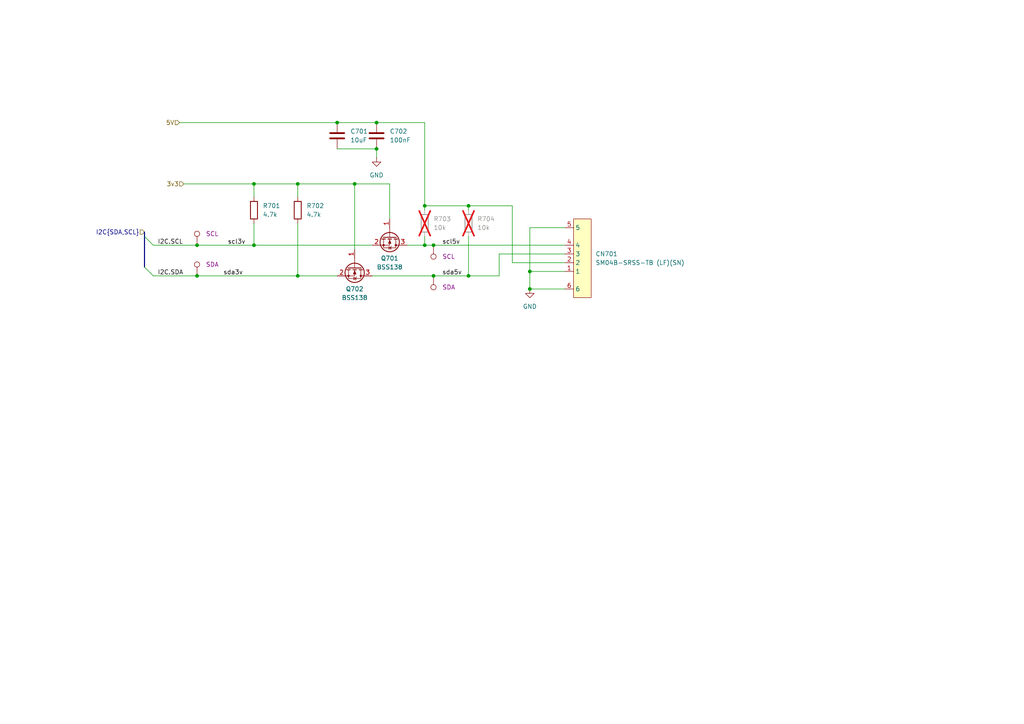
<source format=kicad_sch>
(kicad_sch (version 20250114) (generator "eeschema") (generator_version "9.0")
  (paper "A4")
  (lib_symbols
    (symbol "Device:C" (pin_numbers (hide yes)) (pin_names (offset 0.254))
      (property "Reference" "C" (at 0.635 2.54 0))
      (property "Value" "C" (at 0.635 -2.54 0))
      (symbol "C_0_1"
        (polyline (pts (xy -2.032 0.762) (xy 2.032 0.762)) (stroke (width 0.508)))
        (polyline (pts (xy -2.032 -0.762) (xy 2.032 -0.762)) (stroke (width 0.508)))
      )
      (symbol "C_1_1"
        (pin passive line (at 0 3.81 270) (length 2.794) (name "~") (number "1"))
        (pin passive line (at 0 -3.81 90) (length 2.794) (name "~") (number "2"))
      )
    )
    (symbol "Device:R" (pin_numbers (hide yes)) (pin_names (offset 0))
      (property "Reference" "R" (at 2.032 0 90))
      (property "Value" "R" (at 0 0 90))
      (symbol "R_0_1"
        (rectangle (start -1.016 -2.54) (end 1.016 2.54) (stroke (width 0.254)))
      )
      (symbol "R_1_1"
        (pin passive line (at 0 3.81 270) (length 1.27) (name "~") (number "1"))
        (pin passive line (at 0 -3.81 90) (length 1.27) (name "~") (number "2"))
      )
    )
    (symbol "Transistor_FET:BSS138" (pin_names (hide yes))
      (property "Reference" "Q" (at 5.08 1.905 0))
      (property "Value" "BSS138" (at 5.08 0 0))
      (symbol "BSS138_0_1"
        (polyline (pts (xy 0.254 1.905) (xy 0.254 -1.905)) (stroke (width 0.254)))
        (polyline (pts (xy 0.254 0) (xy -2.54 0)))
        (polyline (pts (xy 0.762 2.286) (xy 0.762 1.27)) (stroke (width 0.254)))
        (polyline (pts (xy 0.762 0.508) (xy 0.762 -0.508)) (stroke (width 0.254)))
        (polyline (pts (xy 0.762 -1.27) (xy 0.762 -2.286)) (stroke (width 0.254)))
        (polyline (pts (xy 0.762 -1.778) (xy 3.302 -1.778) (xy 3.302 1.778) (xy 0.762 1.778)))
        (polyline (pts (xy 1.016 0) (xy 2.032 0.381) (xy 2.032 -0.381) (xy 1.016 0)) (fill (type outline)))
        (circle (center 1.651 0) (radius 2.794) (stroke (width 0.254)))
        (polyline (pts (xy 2.54 2.54) (xy 2.54 1.778)))
        (circle (center 2.54 1.778) (radius 0.254) (fill (type outline)))
        (circle (center 2.54 -1.778) (radius 0.254) (fill (type outline)))
        (polyline (pts (xy 2.54 -2.54) (xy 2.54 0) (xy 0.762 0)))
        (polyline (pts (xy 2.794 0.508) (xy 2.921 0.381) (xy 3.683 0.381) (xy 3.81 0.254)))
        (polyline (pts (xy 3.302 0.381) (xy 2.921 -0.254) (xy 3.683 -0.254) (xy 3.302 0.381)))
      )
      (symbol "BSS138_1_1"
        (pin input line (at -5.08 0 0) (length 2.54) (name "G") (number "1"))
        (pin passive line (at 2.54 5.08 270) (length 2.54) (name "D") (number "3"))
        (pin passive line (at 2.54 -5.08 90) (length 2.54) (name "S") (number "2"))
      )
    )
    (symbol "easyeda2kicad:LabeledTestPoint" (pin_numbers (hide yes)) (pin_names (offset 0.762) (hide yes)) (in_bom no)
      (property "Label" "label" (at 0 5.08 0))
      (symbol "LabeledTestPoint_0_1"
        (circle (center 0 3.302) (radius 0.762))
      )
      (symbol "LabeledTestPoint_1_1"
        (pin passive line (at 0 0 90) (length 2.54) (name "1") (number "1"))
      )
    )
    (symbol "easyeda2kicad:SM04B-SRSS-TB(LF)(SN)"
      (property "Reference" "CN" (at 0 8.89 0))
      (property "Value" "SM04B-SRSS-TB (LF)(SN)" (at 0 -1.27 0))
      (symbol "SM04B-SRSS-TB(LF)(SN)_0_1"
        (rectangle (start -11.43 1.27) (end 11.43 -3.81) (fill (type background)))
        (pin unspecified line (at -8.89 3.81 270) (length 2.54) (name "6") (number "6"))
        (pin unspecified line (at -3.81 3.81 270) (length 2.54) (name "1") (number "1"))
        (pin unspecified line (at -1.27 3.81 270) (length 2.54) (name "2") (number "2"))
        (pin unspecified line (at 1.27 3.81 270) (length 2.54) (name "3") (number "3"))
        (pin unspecified line (at 3.81 3.81 270) (length 2.54) (name "4") (number "4"))
        (pin unspecified line (at 8.89 3.81 270) (length 2.54) (name "5") (number "5"))
      )
    )
    (symbol "power:GND" (power) (pin_numbers (hide yes)) (pin_names (offset 0) (hide yes))
      (property "Value" "GND" (at 0 -3.81 0))
      (symbol "GND_0_1"
        (polyline (pts (xy 0 0) (xy 0 -1.27) (xy 1.27 -1.27) (xy 0 -2.54) (xy -1.27 -1.27) (xy 0 -1.27)))
      )
      (symbol "GND_1_1"
        (pin power_in line (at 0 0 270) (length 0) (name "~") (number "1"))
      )
    )
  )
  (junction (at 153.67 83.82))
  (junction (at 73.66 71.12))
  (junction (at 135.89 59.69))
  (junction (at 123.19 59.69))
  (junction (at 123.19 71.12))
  (junction (at 86.36 80.01))
  (junction (at 97.79 35.56))
  (junction (at 109.22 35.56))
  (junction (at 135.89 80.01))
  (junction (at 102.87 53.34))
  (junction (at 57.15 80.01))
  (junction (at 109.22 43.18))
  (junction (at 57.15 71.12))
  (junction (at 153.67 78.74))
  (junction (at 86.36 53.34))
  (junction (at 125.73 80.01))
  (junction (at 125.73 71.12))
  (junction (at 73.66 53.34))
  (bus_entry (at 41.91 77.47) (size 2.54 2.54))
  (bus_entry (at 41.91 68.58) (size 2.54 2.54))
  (wire (pts (xy 86.36 80.01) (xy 97.79 80.01)))
  (wire (pts (xy 57.15 71.12) (xy 73.66 71.12)))
  (wire (pts (xy 123.19 71.12) (xy 125.73 71.12)))
  (wire (pts (xy 125.73 71.12) (xy 163.83 71.12)))
  (wire (pts (xy 107.95 80.01) (xy 125.73 80.01)))
  (wire (pts (xy 102.87 53.34) (xy 86.36 53.34)))
  (wire (pts (xy 73.66 64.77) (xy 73.66 71.12)))
  (wire (pts (xy 73.66 71.12) (xy 107.95 71.12)))
  (bus (pts (xy 41.91 67.31) (xy 41.91 68.58)))
  (wire (pts (xy 86.36 64.77) (xy 86.36 80.01)))
  (wire (pts (xy 144.78 80.01) (xy 144.78 73.66)))
  (wire (pts (xy 163.83 66.04) (xy 153.67 66.04)))
  (wire (pts (xy 97.79 43.18) (xy 109.22 43.18)))
  (wire (pts (xy 44.45 71.12) (xy 57.15 71.12)))
  (wire (pts (xy 123.19 59.69) (xy 135.89 59.69)))
  (wire (pts (xy 148.59 59.69) (xy 148.59 76.2)))
  (wire (pts (xy 123.19 68.58) (xy 123.19 71.12)))
  (wire (pts (xy 123.19 59.69) (xy 123.19 60.96)))
  (wire (pts (xy 135.89 59.69) (xy 148.59 59.69)))
  (bus (pts (xy 41.91 68.58) (xy 41.91 77.47)))
  (wire (pts (xy 144.78 73.66) (xy 163.83 73.66)))
  (wire (pts (xy 113.03 63.5) (xy 113.03 53.34)))
  (wire (pts (xy 113.03 53.34) (xy 102.87 53.34)))
  (wire (pts (xy 102.87 72.39) (xy 102.87 53.34)))
  (wire (pts (xy 123.19 35.56) (xy 123.19 59.69)))
  (wire (pts (xy 73.66 53.34) (xy 53.34 53.34)))
  (wire (pts (xy 57.15 80.01) (xy 86.36 80.01)))
  (wire (pts (xy 153.67 83.82) (xy 163.83 83.82)))
  (wire (pts (xy 135.89 68.58) (xy 135.89 80.01)))
  (wire (pts (xy 44.45 80.01) (xy 57.15 80.01)))
  (wire (pts (xy 97.79 35.56) (xy 109.22 35.56)))
  (wire (pts (xy 153.67 78.74) (xy 153.67 83.82)))
  (wire (pts (xy 148.59 76.2) (xy 163.83 76.2)))
  (wire (pts (xy 125.73 80.01) (xy 135.89 80.01)))
  (wire (pts (xy 109.22 35.56) (xy 123.19 35.56)))
  (wire (pts (xy 86.36 53.34) (xy 86.36 57.15)))
  (wire (pts (xy 153.67 66.04) (xy 153.67 78.74)))
  (wire (pts (xy 163.83 78.74) (xy 153.67 78.74)))
  (wire (pts (xy 135.89 80.01) (xy 144.78 80.01)))
  (wire (pts (xy 73.66 53.34) (xy 73.66 57.15)))
  (wire (pts (xy 86.36 53.34) (xy 73.66 53.34)))
  (wire (pts (xy 109.22 43.18) (xy 109.22 45.72)))
  (wire (pts (xy 135.89 59.69) (xy 135.89 60.96)))
  (wire (pts (xy 118.11 71.12) (xy 123.19 71.12)))
  (wire (pts (xy 52.07 35.56) (xy 97.79 35.56)))
  (label "scl3v" (at 66.04 71.12 0))
  (label "I2C.SDA" (at 45.72 80.01 0))
  (label "I2C.SCL" (at 45.72 71.12 0))
  (label "scl5v" (at 128.27 71.12 0))
  (label "sda3v" (at 64.77 80.01 0))
  (label "sda5v" (at 128.27 80.01 0))
  (hierarchical_label "5V" (shape input) (at 52.07 35.56 180))
  (hierarchical_label "I2C{SDA,SCL}" (shape input) (at 41.91 67.31 180))
  (hierarchical_label "3v3" (shape input) (at 53.34 53.34 180))
  (symbol (lib_id "Device:R") (at 86.36 60.96 0) (unit 1)
    (property "Reference" "R702" (at 88.9 59.6899 0) (effects (justify left)))
    (property "Value" "4.7k" (at 88.9 62.2299 0) (effects (justify left)))
    (property "Footprint" "Resistor_SMD:R_0603_1608Metric" (effects (hide yes)))
    (property "Description" "Resistor" (effects (hide yes)))
  )
  (symbol (lib_id "Device:C") (at 109.22 39.37 0) (unit 1)
    (property "Reference" "C702" (at 113.03 38.0999 0) (effects (justify left)))
    (property "Value" "100nF" (at 113.03 40.6399 0) (effects (justify left)))
    (property "Footprint" "Capacitor_SMD:C_0603_1608Metric" (effects (hide yes)))
    (property "Description" "Unpolarized capacitor" (effects (hide yes)))
  )
  (symbol (lib_id "Device:R") (at 73.66 60.96 0) (unit 1)
    (property "Reference" "R701" (at 76.2 59.6899 0) (effects (justify left)))
    (property "Value" "4.7k" (at 76.2 62.2299 0) (effects (justify left)))
    (property "Footprint" "Resistor_SMD:R_0603_1608Metric" (effects (hide yes)))
    (property "Description" "Resistor" (effects (hide yes)))
  )
  (symbol (lib_id "Device:R") (at 123.19 64.77 0) (unit 1) (in_bom no) (dnp yes)
    (property "Reference" "R703" (at 125.73 63.4999 0) (effects (justify left)))
    (property "Value" "10k" (at 125.73 66.0399 0) (effects (justify left)))
    (property "Footprint" "Resistor_SMD:R_0603_1608Metric" (effects (hide yes)))
    (property "Description" "Resistor" (effects (hide yes)))
  )
  (symbol (lib_id "Transistor_FET:BSS138") (at 113.03 68.58 270) (unit 1)
    (property "Reference" "Q701" (at 113.03 74.93 90))
    (property "Value" "BSS138" (at 113.03 77.47 90))
    (property "Footprint" "Package_TO_SOT_SMD:SOT-23" (effects (hide yes)))
    (property "Datasheet" "https://www.onsemi.com/pub/Collateral/BSS138-D.PDF" (effects (hide yes)))
    (property "Description" "50V Vds, 0.22A Id, N-Channel MOSFET, SOT-23" (effects (hide yes)))
  )
  (symbol (lib_id "easyeda2kicad:SM04B-SRSS-TB(LF)(SN)") (at 167.64 74.93 90) (unit 1)
    (property "Reference" "CN701" (at 172.72 73.6599 90) (effects (justify right)))
    (property "Value" "SM04B-SRSS-TB (LF)(SN)" (at 172.72 76.1999 90) (effects (justify right)))
    (property "Footprint" "easyeda2kicad:CONN-SMD_4P-P1.00_SM04B-SRSS-TB-LF-SN" (effects (hide yes)))
    (property "Datasheet" "https://lcsc.com/product-detail/Others_JST-Sales-America__JST-Sales-America-SM04B-SRSS-TB-LF-SN_C160404.html" (effects (hide yes)))
    (property "LCSC Part" "C160404" (effects (hide yes)))
  )
  (symbol (lib_id "power:GND") (at 109.22 45.72 0) (unit 1)
    (property "Reference" "#PWR0701" (effects (hide yes)))
    (property "Value" "GND" (at 109.22 50.8 0))
    (property "Description" "Power symbol creates a global label with name \"GND\" , ground" (effects (hide yes)))
  )
  (symbol (lib_id "easyeda2kicad:LabeledTestPoint") (at 125.73 80.01 180) (unit 1) (in_bom no)
    (property "Reference" "TP704" (effects (hide yes)))
    (property "Value" "LabeledTestPoint" (effects (hide yes)))
    (property "Footprint" "easyeda2kicad:LabeledTestPoint" (effects (hide yes)))
    (property "Description" "test point" (effects (hide yes)))
    (property "Label" "SDA" (at 128.27 83.3119 0) (effects (justify right)))
  )
  (symbol (lib_id "Transistor_FET:BSS138") (at 102.87 77.47 270) (unit 1)
    (property "Reference" "Q702" (at 102.87 83.82 90))
    (property "Value" "BSS138" (at 102.87 86.36 90))
    (property "Footprint" "Package_TO_SOT_SMD:SOT-23" (effects (hide yes)))
    (property "Datasheet" "https://www.onsemi.com/pub/Collateral/BSS138-D.PDF" (effects (hide yes)))
    (property "Description" "50V Vds, 0.22A Id, N-Channel MOSFET, SOT-23" (effects (hide yes)))
  )
  (symbol (lib_id "easyeda2kicad:LabeledTestPoint") (at 57.15 80.01 0) (unit 1) (in_bom no)
    (property "Reference" "TP703" (effects (hide yes)))
    (property "Value" "LabeledTestPoint" (effects (hide yes)))
    (property "Footprint" "easyeda2kicad:LabeledTestPoint" (effects (hide yes)))
    (property "Description" "test point" (effects (hide yes)))
    (property "Label" "SDA" (at 59.69 76.7079 0) (effects (justify left)))
  )
  (symbol (lib_id "Device:C") (at 97.79 39.37 0) (unit 1)
    (property "Reference" "C701" (at 101.6 38.0999 0) (effects (justify left)))
    (property "Value" "10uF" (at 101.6 40.6399 0) (effects (justify left)))
    (property "Footprint" "Capacitor_SMD:C_0603_1608Metric" (effects (hide yes)))
    (property "Description" "Unpolarized capacitor" (effects (hide yes)))
  )
  (symbol (lib_id "power:GND") (at 153.67 83.82 0) (unit 1)
    (property "Reference" "#PWR0702" (effects (hide yes)))
    (property "Value" "GND" (at 153.67 88.9 0))
    (property "Description" "Power symbol creates a global label with name \"GND\" , ground" (effects (hide yes)))
  )
  (symbol (lib_id "easyeda2kicad:LabeledTestPoint") (at 125.73 71.12 180) (unit 1) (in_bom no)
    (property "Reference" "TP702" (effects (hide yes)))
    (property "Value" "LabeledTestPoint" (effects (hide yes)))
    (property "Footprint" "easyeda2kicad:LabeledTestPoint" (effects (hide yes)))
    (property "Description" "test point" (effects (hide yes)))
    (property "Label" "SCL" (at 128.27 74.4219 0) (effects (justify right)))
  )
  (symbol (lib_id "easyeda2kicad:LabeledTestPoint") (at 57.15 71.12 0) (unit 1) (in_bom no)
    (property "Reference" "TP701" (effects (hide yes)))
    (property "Value" "LabeledTestPoint" (effects (hide yes)))
    (property "Footprint" "easyeda2kicad:LabeledTestPoint" (effects (hide yes)))
    (property "Description" "test point" (effects (hide yes)))
    (property "Label" "SCL" (at 59.69 67.8179 0) (effects (justify left)))
  )
  (symbol (lib_id "Device:R") (at 135.89 64.77 0) (unit 1) (in_bom no) (dnp yes)
    (property "Reference" "R704" (at 138.43 63.4999 0) (effects (justify left)))
    (property "Value" "10k" (at 138.43 66.0399 0) (effects (justify left)))
    (property "Footprint" "Resistor_SMD:R_0603_1608Metric" (effects (hide yes)))
    (property "Description" "Resistor" (effects (hide yes)))
  )
)
</source>
